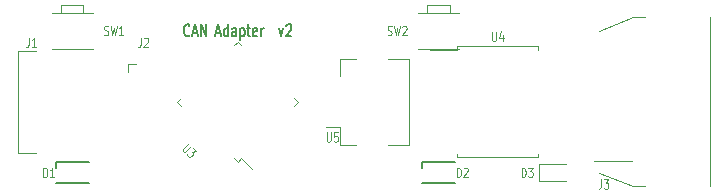
<source format=gbr>
G04 #@! TF.GenerationSoftware,KiCad,Pcbnew,(5.1.0)-1*
G04 #@! TF.CreationDate,2020-02-07T04:27:50-08:00*
G04 #@! TF.ProjectId,design,64657369-676e-42e6-9b69-6361645f7063,rev?*
G04 #@! TF.SameCoordinates,Original*
G04 #@! TF.FileFunction,Legend,Top*
G04 #@! TF.FilePolarity,Positive*
%FSLAX46Y46*%
G04 Gerber Fmt 4.6, Leading zero omitted, Abs format (unit mm)*
G04 Created by KiCad (PCBNEW (5.1.0)-1) date 2020-02-07 04:27:50*
%MOMM*%
%LPD*%
G04 APERTURE LIST*
%ADD10C,0.150000*%
%ADD11C,0.100000*%
%ADD12C,0.120000*%
G04 APERTURE END LIST*
D10*
X159910714Y-50357142D02*
X159875000Y-50404761D01*
X159767857Y-50452380D01*
X159696428Y-50452380D01*
X159589285Y-50404761D01*
X159517857Y-50309523D01*
X159482142Y-50214285D01*
X159446428Y-50023809D01*
X159446428Y-49880952D01*
X159482142Y-49690476D01*
X159517857Y-49595238D01*
X159589285Y-49500000D01*
X159696428Y-49452380D01*
X159767857Y-49452380D01*
X159875000Y-49500000D01*
X159910714Y-49547619D01*
X160196428Y-50166666D02*
X160553571Y-50166666D01*
X160125000Y-50452380D02*
X160375000Y-49452380D01*
X160625000Y-50452380D01*
X160875000Y-50452380D02*
X160875000Y-49452380D01*
X161303571Y-50452380D01*
X161303571Y-49452380D01*
X162196428Y-50166666D02*
X162553571Y-50166666D01*
X162125000Y-50452380D02*
X162375000Y-49452380D01*
X162625000Y-50452380D01*
X163196428Y-50452380D02*
X163196428Y-49452380D01*
X163196428Y-50404761D02*
X163125000Y-50452380D01*
X162982142Y-50452380D01*
X162910714Y-50404761D01*
X162875000Y-50357142D01*
X162839285Y-50261904D01*
X162839285Y-49976190D01*
X162875000Y-49880952D01*
X162910714Y-49833333D01*
X162982142Y-49785714D01*
X163125000Y-49785714D01*
X163196428Y-49833333D01*
X163875000Y-50452380D02*
X163875000Y-49928571D01*
X163839285Y-49833333D01*
X163767857Y-49785714D01*
X163625000Y-49785714D01*
X163553571Y-49833333D01*
X163875000Y-50404761D02*
X163803571Y-50452380D01*
X163625000Y-50452380D01*
X163553571Y-50404761D01*
X163517857Y-50309523D01*
X163517857Y-50214285D01*
X163553571Y-50119047D01*
X163625000Y-50071428D01*
X163803571Y-50071428D01*
X163875000Y-50023809D01*
X164232142Y-49785714D02*
X164232142Y-50785714D01*
X164232142Y-49833333D02*
X164303571Y-49785714D01*
X164446428Y-49785714D01*
X164517857Y-49833333D01*
X164553571Y-49880952D01*
X164589285Y-49976190D01*
X164589285Y-50261904D01*
X164553571Y-50357142D01*
X164517857Y-50404761D01*
X164446428Y-50452380D01*
X164303571Y-50452380D01*
X164232142Y-50404761D01*
X164803571Y-49785714D02*
X165089285Y-49785714D01*
X164910714Y-49452380D02*
X164910714Y-50309523D01*
X164946428Y-50404761D01*
X165017857Y-50452380D01*
X165089285Y-50452380D01*
X165625000Y-50404761D02*
X165553571Y-50452380D01*
X165410714Y-50452380D01*
X165339285Y-50404761D01*
X165303571Y-50309523D01*
X165303571Y-49928571D01*
X165339285Y-49833333D01*
X165410714Y-49785714D01*
X165553571Y-49785714D01*
X165625000Y-49833333D01*
X165660714Y-49928571D01*
X165660714Y-50023809D01*
X165303571Y-50119047D01*
X165982142Y-50452380D02*
X165982142Y-49785714D01*
X165982142Y-49976190D02*
X166017857Y-49880952D01*
X166053571Y-49833333D01*
X166125000Y-49785714D01*
X166196428Y-49785714D01*
X167517857Y-49785714D02*
X167696428Y-50452380D01*
X167875000Y-49785714D01*
X168125000Y-49547619D02*
X168160714Y-49500000D01*
X168232142Y-49452380D01*
X168410714Y-49452380D01*
X168482142Y-49500000D01*
X168517857Y-49547619D01*
X168553571Y-49642857D01*
X168553571Y-49738095D01*
X168517857Y-49880952D01*
X168089285Y-50452380D01*
X168553571Y-50452380D01*
D11*
X145400000Y-60320000D02*
X146900000Y-60320000D01*
X145400000Y-51680000D02*
X145400000Y-60320000D01*
X146900000Y-51680000D02*
X145400000Y-51680000D01*
D12*
X172700000Y-58160000D02*
X172700000Y-59650000D01*
X172700000Y-59650000D02*
X174040000Y-59650000D01*
X172700000Y-53840000D02*
X172700000Y-52350000D01*
X172700000Y-52350000D02*
X174040000Y-52350000D01*
X176760000Y-59650000D02*
X178500000Y-59650000D01*
X178500000Y-59650000D02*
X178500000Y-52350000D01*
X178500000Y-52350000D02*
X176760000Y-52350000D01*
X172700000Y-58160000D02*
X171500000Y-58160000D01*
X191800000Y-61265000D02*
X189515000Y-61265000D01*
X189515000Y-61265000D02*
X189515000Y-62735000D01*
X189515000Y-62735000D02*
X191800000Y-62735000D01*
X164318198Y-51212887D02*
X164000000Y-50894689D01*
X164000000Y-50894689D02*
X163681802Y-51212887D01*
X168787113Y-55681802D02*
X169105311Y-56000000D01*
X169105311Y-56000000D02*
X168787113Y-56318198D01*
X159212887Y-56318198D02*
X158894689Y-56000000D01*
X158894689Y-56000000D02*
X159212887Y-55681802D01*
X163681802Y-60787113D02*
X164000000Y-61105311D01*
X164000000Y-61105311D02*
X164318198Y-60787113D01*
X164318198Y-60787113D02*
X165230366Y-61699281D01*
X186000000Y-60685000D02*
X189420000Y-60685000D01*
X189420000Y-60685000D02*
X189420000Y-60395000D01*
X186000000Y-60685000D02*
X182580000Y-60685000D01*
X182580000Y-60685000D02*
X182580000Y-60395000D01*
X186000000Y-51315000D02*
X189420000Y-51315000D01*
X189420000Y-51315000D02*
X189420000Y-51605000D01*
X186000000Y-51315000D02*
X182580000Y-51315000D01*
X182580000Y-51315000D02*
X182580000Y-51605000D01*
X182580000Y-51605000D02*
X180300000Y-51605000D01*
D10*
X179600000Y-62900000D02*
X182400000Y-62900000D01*
X179600000Y-61600000D02*
X179600000Y-61100000D01*
X179600000Y-61100000D02*
X182400000Y-61100000D01*
X148600000Y-61100000D02*
X151400000Y-61100000D01*
X148600000Y-61600000D02*
X148600000Y-61100000D01*
X148600000Y-62900000D02*
X151400000Y-62900000D01*
D12*
X154730000Y-52825000D02*
X155365000Y-52825000D01*
X154730000Y-53460000D02*
X154730000Y-52825000D01*
D11*
X194170000Y-61000000D02*
X197370000Y-61000000D01*
X194600000Y-62000000D02*
X197500000Y-63150000D01*
X194600000Y-50000000D02*
X197500000Y-48850000D01*
X197500000Y-63150000D02*
X198500000Y-63150000D01*
X197500000Y-48850000D02*
X198500000Y-48850000D01*
X204000000Y-63150000D02*
X204000000Y-48850000D01*
D12*
X149050000Y-48450000D02*
X149050000Y-47800000D01*
X149050000Y-47800000D02*
X150950000Y-47800000D01*
X150950000Y-47800000D02*
X150950000Y-48450000D01*
X151750000Y-51550000D02*
X148250000Y-51550000D01*
X148250000Y-48450000D02*
X151750000Y-48450000D01*
X179250000Y-48450000D02*
X182750000Y-48450000D01*
X182750000Y-51550000D02*
X179250000Y-51550000D01*
X181950000Y-47800000D02*
X181950000Y-48450000D01*
X180050000Y-47800000D02*
X181950000Y-47800000D01*
X180050000Y-48450000D02*
X180050000Y-47800000D01*
D11*
X146300000Y-50561904D02*
X146300000Y-51133333D01*
X146271428Y-51247619D01*
X146214285Y-51323809D01*
X146128571Y-51361904D01*
X146071428Y-51361904D01*
X146900000Y-51361904D02*
X146557142Y-51361904D01*
X146728571Y-51361904D02*
X146728571Y-50561904D01*
X146671428Y-50676190D01*
X146614285Y-50752380D01*
X146557142Y-50790476D01*
X171542857Y-58561904D02*
X171542857Y-59209523D01*
X171571428Y-59285714D01*
X171600000Y-59323809D01*
X171657142Y-59361904D01*
X171771428Y-59361904D01*
X171828571Y-59323809D01*
X171857142Y-59285714D01*
X171885714Y-59209523D01*
X171885714Y-58561904D01*
X172457142Y-58561904D02*
X172171428Y-58561904D01*
X172142857Y-58942857D01*
X172171428Y-58904761D01*
X172228571Y-58866666D01*
X172371428Y-58866666D01*
X172428571Y-58904761D01*
X172457142Y-58942857D01*
X172485714Y-59019047D01*
X172485714Y-59209523D01*
X172457142Y-59285714D01*
X172428571Y-59323809D01*
X172371428Y-59361904D01*
X172228571Y-59361904D01*
X172171428Y-59323809D01*
X172142857Y-59285714D01*
X188057142Y-62361904D02*
X188057142Y-61561904D01*
X188200000Y-61561904D01*
X188285714Y-61600000D01*
X188342857Y-61676190D01*
X188371428Y-61752380D01*
X188400000Y-61904761D01*
X188400000Y-62019047D01*
X188371428Y-62171428D01*
X188342857Y-62247619D01*
X188285714Y-62323809D01*
X188200000Y-62361904D01*
X188057142Y-62361904D01*
X188600000Y-61561904D02*
X188971428Y-61561904D01*
X188771428Y-61866666D01*
X188857142Y-61866666D01*
X188914285Y-61904761D01*
X188942857Y-61942857D01*
X188971428Y-62019047D01*
X188971428Y-62209523D01*
X188942857Y-62285714D01*
X188914285Y-62323809D01*
X188857142Y-62361904D01*
X188685714Y-62361904D01*
X188628571Y-62323809D01*
X188600000Y-62285714D01*
X159849956Y-59503546D02*
X159392020Y-59961481D01*
X159358348Y-60035559D01*
X159351614Y-60082700D01*
X159365083Y-60150043D01*
X159445895Y-60230855D01*
X159513238Y-60244324D01*
X159560379Y-60237590D01*
X159634457Y-60203918D01*
X160092392Y-59745982D01*
X160254017Y-59907607D02*
X160516656Y-60170246D01*
X160159736Y-60244324D01*
X160220345Y-60304933D01*
X160233814Y-60372277D01*
X160227079Y-60419417D01*
X160193408Y-60493495D01*
X160058721Y-60628182D01*
X159984643Y-60661854D01*
X159937502Y-60668588D01*
X159870159Y-60655119D01*
X159748941Y-60533901D01*
X159735472Y-60466558D01*
X159742206Y-60419417D01*
X185542857Y-50061904D02*
X185542857Y-50709523D01*
X185571428Y-50785714D01*
X185600000Y-50823809D01*
X185657142Y-50861904D01*
X185771428Y-50861904D01*
X185828571Y-50823809D01*
X185857142Y-50785714D01*
X185885714Y-50709523D01*
X185885714Y-50061904D01*
X186428571Y-50328571D02*
X186428571Y-50861904D01*
X186285714Y-50023809D02*
X186142857Y-50595238D01*
X186514285Y-50595238D01*
X182557142Y-62361904D02*
X182557142Y-61561904D01*
X182700000Y-61561904D01*
X182785714Y-61600000D01*
X182842857Y-61676190D01*
X182871428Y-61752380D01*
X182900000Y-61904761D01*
X182900000Y-62019047D01*
X182871428Y-62171428D01*
X182842857Y-62247619D01*
X182785714Y-62323809D01*
X182700000Y-62361904D01*
X182557142Y-62361904D01*
X183128571Y-61638095D02*
X183157142Y-61600000D01*
X183214285Y-61561904D01*
X183357142Y-61561904D01*
X183414285Y-61600000D01*
X183442857Y-61638095D01*
X183471428Y-61714285D01*
X183471428Y-61790476D01*
X183442857Y-61904761D01*
X183100000Y-62361904D01*
X183471428Y-62361904D01*
X147557142Y-62361904D02*
X147557142Y-61561904D01*
X147700000Y-61561904D01*
X147785714Y-61600000D01*
X147842857Y-61676190D01*
X147871428Y-61752380D01*
X147900000Y-61904761D01*
X147900000Y-62019047D01*
X147871428Y-62171428D01*
X147842857Y-62247619D01*
X147785714Y-62323809D01*
X147700000Y-62361904D01*
X147557142Y-62361904D01*
X148471428Y-62361904D02*
X148128571Y-62361904D01*
X148300000Y-62361904D02*
X148300000Y-61561904D01*
X148242857Y-61676190D01*
X148185714Y-61752380D01*
X148128571Y-61790476D01*
X155800000Y-50561904D02*
X155800000Y-51133333D01*
X155771428Y-51247619D01*
X155714285Y-51323809D01*
X155628571Y-51361904D01*
X155571428Y-51361904D01*
X156057142Y-50638095D02*
X156085714Y-50600000D01*
X156142857Y-50561904D01*
X156285714Y-50561904D01*
X156342857Y-50600000D01*
X156371428Y-50638095D01*
X156400000Y-50714285D01*
X156400000Y-50790476D01*
X156371428Y-50904761D01*
X156028571Y-51361904D01*
X156400000Y-51361904D01*
X194800000Y-62561904D02*
X194800000Y-63133333D01*
X194771428Y-63247619D01*
X194714285Y-63323809D01*
X194628571Y-63361904D01*
X194571428Y-63361904D01*
X195028571Y-62561904D02*
X195400000Y-62561904D01*
X195200000Y-62866666D01*
X195285714Y-62866666D01*
X195342857Y-62904761D01*
X195371428Y-62942857D01*
X195400000Y-63019047D01*
X195400000Y-63209523D01*
X195371428Y-63285714D01*
X195342857Y-63323809D01*
X195285714Y-63361904D01*
X195114285Y-63361904D01*
X195057142Y-63323809D01*
X195028571Y-63285714D01*
X152700000Y-50323809D02*
X152785714Y-50361904D01*
X152928571Y-50361904D01*
X152985714Y-50323809D01*
X153014285Y-50285714D01*
X153042857Y-50209523D01*
X153042857Y-50133333D01*
X153014285Y-50057142D01*
X152985714Y-50019047D01*
X152928571Y-49980952D01*
X152814285Y-49942857D01*
X152757142Y-49904761D01*
X152728571Y-49866666D01*
X152700000Y-49790476D01*
X152700000Y-49714285D01*
X152728571Y-49638095D01*
X152757142Y-49600000D01*
X152814285Y-49561904D01*
X152957142Y-49561904D01*
X153042857Y-49600000D01*
X153242857Y-49561904D02*
X153385714Y-50361904D01*
X153500000Y-49790476D01*
X153614285Y-50361904D01*
X153757142Y-49561904D01*
X154300000Y-50361904D02*
X153957142Y-50361904D01*
X154128571Y-50361904D02*
X154128571Y-49561904D01*
X154071428Y-49676190D01*
X154014285Y-49752380D01*
X153957142Y-49790476D01*
X176700000Y-50323809D02*
X176785714Y-50361904D01*
X176928571Y-50361904D01*
X176985714Y-50323809D01*
X177014285Y-50285714D01*
X177042857Y-50209523D01*
X177042857Y-50133333D01*
X177014285Y-50057142D01*
X176985714Y-50019047D01*
X176928571Y-49980952D01*
X176814285Y-49942857D01*
X176757142Y-49904761D01*
X176728571Y-49866666D01*
X176700000Y-49790476D01*
X176700000Y-49714285D01*
X176728571Y-49638095D01*
X176757142Y-49600000D01*
X176814285Y-49561904D01*
X176957142Y-49561904D01*
X177042857Y-49600000D01*
X177242857Y-49561904D02*
X177385714Y-50361904D01*
X177500000Y-49790476D01*
X177614285Y-50361904D01*
X177757142Y-49561904D01*
X177957142Y-49638095D02*
X177985714Y-49600000D01*
X178042857Y-49561904D01*
X178185714Y-49561904D01*
X178242857Y-49600000D01*
X178271428Y-49638095D01*
X178300000Y-49714285D01*
X178300000Y-49790476D01*
X178271428Y-49904761D01*
X177928571Y-50361904D01*
X178300000Y-50361904D01*
M02*

</source>
